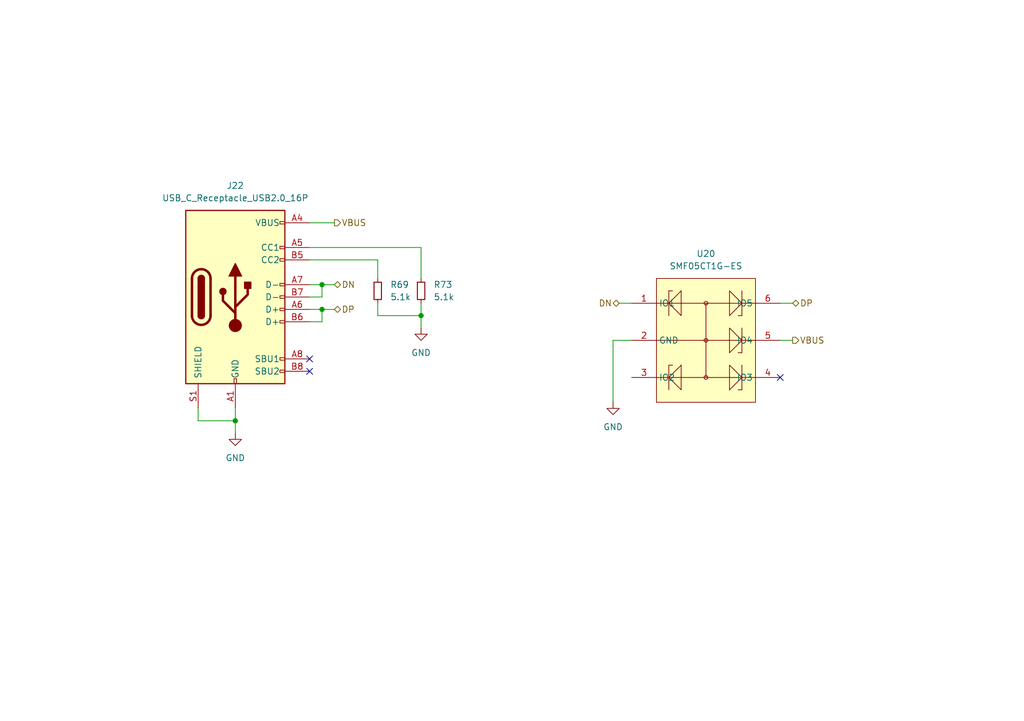
<source format=kicad_sch>
(kicad_sch (version 20250114) (generator "eeschema") (generator_version "9.0")
  (paper "A5")
  (lib_symbols
    (symbol "Connector:USB_C_Receptacle_USB2.0_16P" (pin_names (offset 1.016))
      (property "Reference" "J" (at 0 22.225 0))
      (property "Value" "USB_C_Receptacle_USB2.0_16P" (at 0 19.685 0))
      (symbol "USB_C_Receptacle_USB2.0_16P_0_0"
        (rectangle (start -0.254 -17.78) (end 0.254 -16.764))
        (rectangle (start 10.16 15.494) (end 9.144 14.986))
        (rectangle (start 10.16 10.414) (end 9.144 9.906))
        (rectangle (start 10.16 7.874) (end 9.144 7.366))
        (rectangle (start 10.16 2.794) (end 9.144 2.286))
        (rectangle (start 10.16 0.254) (end 9.144 -0.254))
        (rectangle (start 10.16 -2.286) (end 9.144 -2.794))
        (rectangle (start 10.16 -4.826) (end 9.144 -5.334))
        (rectangle (start 10.16 -12.446) (end 9.144 -12.954))
        (rectangle (start 10.16 -14.986) (end 9.144 -15.494))
      )
      (symbol "USB_C_Receptacle_USB2.0_16P_0_1"
        (rectangle (start -10.16 17.78) (end 10.16 -17.78) (stroke (width 0.254)) (fill (type background)))
        (polyline (pts (xy -8.89 -3.81) (xy -8.89 3.81)) (stroke (width 0.508)))
        (rectangle (start -7.62 -3.81) (end -6.35 3.81) (stroke (width 0.254)) (fill (type outline)))
        (arc (start -7.62 3.81) (mid -6.985 4.4423) (end -6.35 3.81) (stroke (width 0.254)))
        (arc (start -7.62 3.81) (mid -6.985 4.4423) (end -6.35 3.81) (stroke (width 0.254)) (fill (type outline)))
        (arc (start -8.89 3.81) (mid -6.985 5.7067) (end -5.08 3.81) (stroke (width 0.508)))
        (arc (start -5.08 -3.81) (mid -6.985 -5.7067) (end -8.89 -3.81) (stroke (width 0.508)))
        (arc (start -6.35 -3.81) (mid -6.985 -4.4423) (end -7.62 -3.81) (stroke (width 0.254)))
        (arc (start -6.35 -3.81) (mid -6.985 -4.4423) (end -7.62 -3.81) (stroke (width 0.254)) (fill (type outline)))
        (polyline (pts (xy -5.08 3.81) (xy -5.08 -3.81)) (stroke (width 0.508)))
        (circle (center -2.54 1.143) (radius 0.635) (stroke (width 0.254)) (fill (type outline)))
        (polyline (pts (xy -1.27 4.318) (xy 0 6.858) (xy 1.27 4.318) (xy -1.27 4.318)) (stroke (width 0.254)) (fill (type outline)))
        (polyline (pts (xy 0 -2.032) (xy 2.54 0.508) (xy 2.54 1.778)) (stroke (width 0.508)))
        (polyline (pts (xy 0 -3.302) (xy -2.54 -0.762) (xy -2.54 0.508)) (stroke (width 0.508)))
        (polyline (pts (xy 0 -5.842) (xy 0 4.318)) (stroke (width 0.508)))
        (circle (center 0 -5.842) (radius 1.27) (fill (type outline)))
        (rectangle (start 1.905 1.778) (end 3.175 3.048) (stroke (width 0.254)) (fill (type outline)))
      )
      (symbol "USB_C_Receptacle_USB2.0_16P_1_1"
        (pin passive line (at -7.62 -22.86 90) (length 5.08) (name "SHIELD") (number "S1"))
        (pin passive line (at 0 -22.86 90) (length 5.08) (name "GND") (number "A1"))
        (pin passive line (at 0 -22.86 90) (length 5.08) (hide yes) (name "GND") (number "A12"))
        (pin passive line (at 0 -22.86 90) (length 5.08) (hide yes) (name "GND") (number "B1"))
        (pin passive line (at 0 -22.86 90) (length 5.08) (hide yes) (name "GND") (number "B12"))
        (pin passive line (at 15.24 15.24 180) (length 5.08) (name "VBUS") (number "A4"))
        (pin passive line (at 15.24 15.24 180) (length 5.08) (hide yes) (name "VBUS") (number "A9"))
        (pin passive line (at 15.24 15.24 180) (length 5.08) (hide yes) (name "VBUS") (number "B4"))
        (pin passive line (at 15.24 15.24 180) (length 5.08) (hide yes) (name "VBUS") (number "B9"))
        (pin bidirectional line (at 15.24 10.16 180) (length 5.08) (name "CC1") (number "A5"))
        (pin bidirectional line (at 15.24 7.62 180) (length 5.08) (name "CC2") (number "B5"))
        (pin bidirectional line (at 15.24 2.54 180) (length 5.08) (name "D-") (number "A7"))
        (pin bidirectional line (at 15.24 0 180) (length 5.08) (name "D-") (number "B7"))
        (pin bidirectional line (at 15.24 -2.54 180) (length 5.08) (name "D+") (number "A6"))
        (pin bidirectional line (at 15.24 -5.08 180) (length 5.08) (name "D+") (number "B6"))
        (pin bidirectional line (at 15.24 -12.7 180) (length 5.08) (name "SBU1") (number "A8"))
        (pin bidirectional line (at 15.24 -15.24 180) (length 5.08) (name "SBU2") (number "B8"))
      )
    )
    (symbol "Device:R_Small" (pin_numbers (hide yes)) (pin_names (offset 0.254) (hide yes))
      (property "Reference" "R" (at 0.762 0.508 0))
      (property "Value" "R_Small" (at 0.762 -1.016 0))
      (symbol "R_Small_0_1"
        (rectangle (start -0.762 1.778) (end 0.762 -1.778) (stroke (width 0.2032)))
      )
      (symbol "R_Small_1_1"
        (pin passive line (at 0 2.54 270) (length 0.762) (name "~") (number "1"))
        (pin passive line (at 0 -2.54 90) (length 0.762) (name "~") (number "2"))
      )
    )
    (symbol "LCSC:SMF05CT1G-ES"
      (property "Reference" "U" (at 0 12.7 0))
      (property "Value" "SMF05CT1G-ES" (at 0 -12.7 0))
      (symbol "SMF05CT1G-ES_0_1"
        (rectangle (start -10.16 12.7) (end 10.16 -12.7) (fill (type background)))
        (polyline (pts (xy -10.16 7.62) (xy 10.16 7.62)))
        (polyline (pts (xy -10.16 0) (xy 0 0)))
        (polyline (pts (xy -10.16 -7.62) (xy 10.16 -7.62)))
        (polyline (pts (xy -7.62 10.16) (xy -6.86 10.16)))
        (polyline (pts (xy -7.62 5.08) (xy -7.62 10.16)))
        (polyline (pts (xy -7.62 -5.08) (xy -6.86 -5.08)))
        (polyline (pts (xy -7.62 -10.16) (xy -7.62 -5.08)))
        (polyline (pts (xy -5.08 10.16) (xy -7.62 7.62) (xy -5.08 5.08) (xy -5.08 10.16)) (fill (type background)))
        (polyline (pts (xy -5.08 -5.08) (xy -7.62 -7.62) (xy -5.08 -10.16) (xy -5.08 -5.08)) (fill (type background)))
        (circle (center 0 7.62) (radius 0.38))
        (polyline (pts (xy 0 0) (xy 10.16 0)))
        (circle (center 0 0) (radius 0.38))
        (polyline (pts (xy 0 -7.62) (xy 0 7.62)))
        (circle (center 0 -7.62) (radius 0.38))
        (arc (start 0.25 7.62) (mid 0.25 7.62) (end 0.25 7.62))
        (arc (start 0.25 0) (mid 0.25 0) (end 0.25 0))
        (arc (start 0.25 -7.62) (mid 0.25 -7.62) (end 0.25 -7.62))
        (polyline (pts (xy 4.83 5.08) (xy 7.37 7.62) (xy 4.83 10.16) (xy 4.83 5.08)) (fill (type background)))
        (polyline (pts (xy 4.83 -2.54) (xy 7.37 0) (xy 4.83 2.54) (xy 4.83 -2.54)) (fill (type background)))
        (polyline (pts (xy 4.83 -10.16) (xy 7.37 -7.62) (xy 4.83 -5.08) (xy 4.83 -10.16)) (fill (type background)))
        (polyline (pts (xy 7.37 10.16) (xy 7.37 5.08)))
        (polyline (pts (xy 7.37 5.08) (xy 6.6 5.08)))
        (polyline (pts (xy 7.37 2.54) (xy 7.37 -2.54)))
        (polyline (pts (xy 7.37 -2.54) (xy 6.6 -2.54)))
        (polyline (pts (xy 7.37 -5.08) (xy 7.37 -10.16)))
        (polyline (pts (xy 7.37 -10.16) (xy 6.6 -10.16)))
        (pin input line (at -15.24 7.62 0) (length 5.08) (name "IO1") (number "1"))
        (pin input line (at -15.24 0 0) (length 5.08) (name "GND") (number "2"))
        (pin input line (at -15.24 -7.62 0) (length 5.08) (name "IO2") (number "3"))
        (pin input line (at 15.24 7.62 180) (length 5.08) (name "IO5") (number "6"))
        (pin input line (at 15.24 0 180) (length 5.08) (name "IO4") (number "5"))
        (pin input line (at 15.24 -7.62 180) (length 5.08) (name "IO3") (number "4"))
      )
    )
    (symbol "power:GND" (power) (pin_numbers (hide yes)) (pin_names (offset 0) (hide yes))
      (property "Value" "GND" (at 0 -3.81 0))
      (symbol "GND_0_1"
        (polyline (pts (xy 0 0) (xy 0 -1.27) (xy 1.27 -1.27) (xy 0 -2.54) (xy -1.27 -1.27) (xy 0 -1.27)))
      )
      (symbol "GND_1_1"
        (pin power_in line (at 0 0 270) (length 0) (name "~") (number "1"))
      )
    )
  )
  (junction (at 86.36 64.77))
  (junction (at 66.04 63.5))
  (junction (at 48.26 86.36))
  (junction (at 66.04 58.42))
  (no_connect (at 63.5 73.66))
  (no_connect (at 160.02 77.47))
  (no_connect (at 63.5 76.2))
  (wire (pts (xy 86.36 64.77) (xy 86.36 67.31)))
  (wire (pts (xy 63.5 66.04) (xy 66.04 66.04)))
  (wire (pts (xy 63.5 58.42) (xy 66.04 58.42)))
  (wire (pts (xy 48.26 86.36) (xy 48.26 88.9)))
  (wire (pts (xy 66.04 66.04) (xy 66.04 63.5)))
  (wire (pts (xy 66.04 60.96) (xy 66.04 58.42)))
  (wire (pts (xy 63.5 50.8) (xy 86.36 50.8)))
  (wire (pts (xy 77.47 62.23) (xy 77.47 64.77)))
  (wire (pts (xy 63.5 53.34) (xy 77.47 53.34)))
  (wire (pts (xy 127 62.23) (xy 129.54 62.23)))
  (wire (pts (xy 48.26 83.82) (xy 48.26 86.36)))
  (wire (pts (xy 125.73 82.55) (xy 125.73 69.85)))
  (wire (pts (xy 66.04 63.5) (xy 68.58 63.5)))
  (wire (pts (xy 125.73 69.85) (xy 129.54 69.85)))
  (wire (pts (xy 66.04 58.42) (xy 68.58 58.42)))
  (wire (pts (xy 40.64 83.82) (xy 40.64 86.36)))
  (wire (pts (xy 86.36 50.8) (xy 86.36 57.15)))
  (wire (pts (xy 77.47 64.77) (xy 86.36 64.77)))
  (wire (pts (xy 63.5 63.5) (xy 66.04 63.5)))
  (wire (pts (xy 63.5 60.96) (xy 66.04 60.96)))
  (wire (pts (xy 40.64 86.36) (xy 48.26 86.36)))
  (wire (pts (xy 160.02 62.23) (xy 162.56 62.23)))
  (wire (pts (xy 160.02 69.85) (xy 162.56 69.85)))
  (wire (pts (xy 77.47 53.34) (xy 77.47 57.15)))
  (wire (pts (xy 63.5 45.72) (xy 68.58 45.72)))
  (wire (pts (xy 86.36 62.23) (xy 86.36 64.77)))
  (hierarchical_label "VBUS" (shape output) (at 68.58 45.72 0))
  (hierarchical_label "VBUS" (shape output) (at 162.56 69.85 0))
  (hierarchical_label "DN" (shape bidirectional) (at 68.58 58.42 0))
  (hierarchical_label "DP" (shape bidirectional) (at 162.56 62.23 0))
  (hierarchical_label "DN" (shape bidirectional) (at 127 62.23 180))
  (hierarchical_label "DP" (shape bidirectional) (at 68.58 63.5 0))
  (symbol (lib_id "Device:R_Small") (at 77.47 59.69 0) (unit 1)
    (property "Reference" "R69" (at 80.01 58.42 0) (effects (justify left)))
    (property "Value" "5.1k" (at 80.01 60.96 0) (effects (justify left)))
    (property "Footprint" "Resistor_SMD:R_0603_1608Metric" (effects (hide yes)))
    (property "Description" "Resistor, small symbol" (effects (hide yes)))
    (property "LCSC" "C23186" (effects (hide yes)))
  )
  (symbol (lib_id "power:GND") (at 125.73 82.55 0) (unit 1)
    (property "Reference" "#PWR0142" (effects (hide yes)))
    (property "Value" "GND" (at 125.73 87.63 0))
    (property "Description" "Power symbol creates a global label with name \"GND\" , ground" (effects (hide yes)))
  )
  (symbol (lib_id "Connector:USB_C_Receptacle_USB2.0_16P") (at 48.26 60.96 0) (unit 1)
    (property "Reference" "J22" (at 48.26 38.1 0))
    (property "Value" "USB_C_Receptacle_USB2.0_16P" (at 48.26 40.64 0))
    (property "Footprint" "Connector_USB:USB_C_Receptacle_G-Switch_GT-USB-7051x" (effects (hide yes)))
    (property "Datasheet" "https://www.usb.org/sites/default/files/documents/usb_type-c.zip" (effects (hide yes)))
    (property "Description" "USB 2.0-only 16P Type-C Receptacle connector" (effects (hide yes)))
    (property "LCSC" "C2843970" (effects (hide yes)))
  )
  (symbol (lib_id "power:GND") (at 48.26 88.9 0) (unit 1)
    (property "Reference" "#PWR0221" (effects (hide yes)))
    (property "Value" "GND" (at 48.26 93.98 0))
    (property "Description" "Power symbol creates a global label with name \"GND\" , ground" (effects (hide yes)))
  )
  (symbol (lib_id "LCSC:SMF05CT1G-ES") (at 144.78 69.85 0) (unit 1)
    (property "Reference" "U20" (at 144.78 52.07 0))
    (property "Value" "SMF05CT1G-ES" (at 144.78 54.61 0))
    (property "Footprint" "Package_TO_SOT_SMD:SOT-363_SC-70-6" (effects (hide yes)))
    (property "LCSC Part" "C5180312" (effects (hide yes)))
    (property "LCSC" "C5180312" (effects (hide yes)))
  )
  (symbol (lib_id "power:GND") (at 86.36 67.31 0) (unit 1)
    (property "Reference" "#PWR0212" (effects (hide yes)))
    (property "Value" "GND" (at 86.36 72.39 0))
    (property "Description" "Power symbol creates a global label with name \"GND\" , ground" (effects (hide yes)))
  )
  (symbol (lib_id "Device:R_Small") (at 86.36 59.69 0) (unit 1)
    (property "Reference" "R73" (at 88.9 58.42 0) (effects (justify left)))
    (property "Value" "5.1k" (at 88.9 60.96 0) (effects (justify left)))
    (property "Footprint" "Resistor_SMD:R_0603_1608Metric" (effects (hide yes)))
    (property "Description" "Resistor, small symbol" (effects (hide yes)))
    (property "LCSC" "C23186" (effects (hide yes)))
  )
)
</source>
